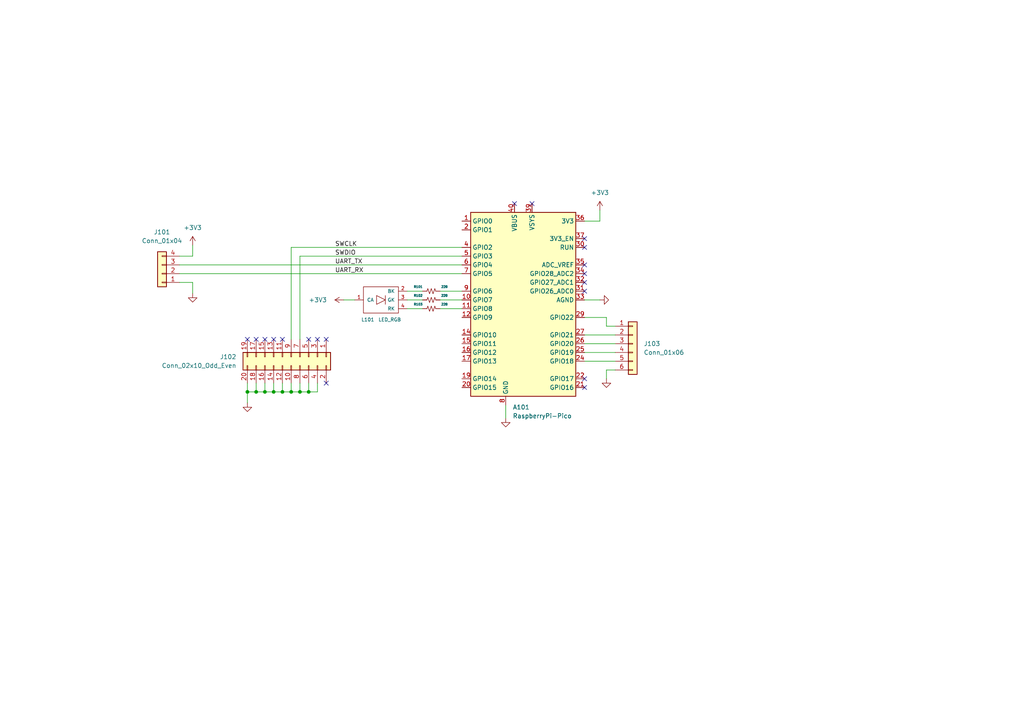
<source format=kicad_sch>
(kicad_sch (version 20211123) (generator eeschema)
  (paper "A4")
  (lib_symbols
    (symbol "Connector_Generic:Conn_01x04" (pin_names (offset 1.016) hide)
      (property "Reference" "J" (at 0 5.08 0))
      (property "Value" "Conn_01x04" (at 0 -7.62 0))
      (symbol "Conn_01x04_1_1"
        (rectangle (start -1.27 -4.953) (end 0 -5.207) (stroke (width 0.1524)))
        (rectangle (start -1.27 -2.413) (end 0 -2.667) (stroke (width 0.1524)))
        (rectangle (start -1.27 0.127) (end 0 -0.127) (stroke (width 0.1524)))
        (rectangle (start -1.27 2.667) (end 0 2.413) (stroke (width 0.1524)))
        (rectangle (start -1.27 3.81) (end 1.27 -6.35) (stroke (width 0.254)) (fill (type background)))
        (pin passive line (at -5.08 2.54 0) (length 3.81) (name "Pin_1") (number "1"))
        (pin passive line (at -5.08 0 0) (length 3.81) (name "Pin_2") (number "2"))
        (pin passive line (at -5.08 -2.54 0) (length 3.81) (name "Pin_3") (number "3"))
        (pin passive line (at -5.08 -5.08 0) (length 3.81) (name "Pin_4") (number "4"))
      )
    )
    (symbol "Connector_Generic:Conn_01x06" (pin_names (offset 1.016) hide)
      (property "Reference" "J" (at 0 7.62 0))
      (property "Value" "Conn_01x06" (at 0 -10.16 0))
      (symbol "Conn_01x06_1_1"
        (rectangle (start -1.27 -7.493) (end 0 -7.747) (stroke (width 0.1524)))
        (rectangle (start -1.27 -4.953) (end 0 -5.207) (stroke (width 0.1524)))
        (rectangle (start -1.27 -2.413) (end 0 -2.667) (stroke (width 0.1524)))
        (rectangle (start -1.27 0.127) (end 0 -0.127) (stroke (width 0.1524)))
        (rectangle (start -1.27 2.667) (end 0 2.413) (stroke (width 0.1524)))
        (rectangle (start -1.27 5.207) (end 0 4.953) (stroke (width 0.1524)))
        (rectangle (start -1.27 6.35) (end 1.27 -8.89) (stroke (width 0.254)) (fill (type background)))
        (pin passive line (at -5.08 5.08 0) (length 3.81) (name "Pin_1") (number "1"))
        (pin passive line (at -5.08 2.54 0) (length 3.81) (name "Pin_2") (number "2"))
        (pin passive line (at -5.08 0 0) (length 3.81) (name "Pin_3") (number "3"))
        (pin passive line (at -5.08 -2.54 0) (length 3.81) (name "Pin_4") (number "4"))
        (pin passive line (at -5.08 -5.08 0) (length 3.81) (name "Pin_5") (number "5"))
        (pin passive line (at -5.08 -7.62 0) (length 3.81) (name "Pin_6") (number "6"))
      )
    )
    (symbol "Connector_Generic:Conn_02x10_Odd_Even" (pin_names (offset 1.016) hide)
      (property "Reference" "J" (at 1.27 12.7 0))
      (property "Value" "Conn_02x10_Odd_Even" (at 1.27 -15.24 0))
      (symbol "Conn_02x10_Odd_Even_1_1"
        (rectangle (start -1.27 -12.573) (end 0 -12.827) (stroke (width 0.1524)))
        (rectangle (start -1.27 -10.033) (end 0 -10.287) (stroke (width 0.1524)))
        (rectangle (start -1.27 -7.493) (end 0 -7.747) (stroke (width 0.1524)))
        (rectangle (start -1.27 -4.953) (end 0 -5.207) (stroke (width 0.1524)))
        (rectangle (start -1.27 -2.413) (end 0 -2.667) (stroke (width 0.1524)))
        (rectangle (start -1.27 0.127) (end 0 -0.127) (stroke (width 0.1524)))
        (rectangle (start -1.27 2.667) (end 0 2.413) (stroke (width 0.1524)))
        (rectangle (start -1.27 5.207) (end 0 4.953) (stroke (width 0.1524)))
        (rectangle (start -1.27 7.747) (end 0 7.493) (stroke (width 0.1524)))
        (rectangle (start -1.27 10.287) (end 0 10.033) (stroke (width 0.1524)))
        (rectangle (start -1.27 11.43) (end 3.81 -13.97) (stroke (width 0.254)) (fill (type background)))
        (rectangle (start 3.81 -12.573) (end 2.54 -12.827) (stroke (width 0.1524)))
        (rectangle (start 3.81 -10.033) (end 2.54 -10.287) (stroke (width 0.1524)))
        (rectangle (start 3.81 -7.493) (end 2.54 -7.747) (stroke (width 0.1524)))
        (rectangle (start 3.81 -4.953) (end 2.54 -5.207) (stroke (width 0.1524)))
        (rectangle (start 3.81 -2.413) (end 2.54 -2.667) (stroke (width 0.1524)))
        (rectangle (start 3.81 0.127) (end 2.54 -0.127) (stroke (width 0.1524)))
        (rectangle (start 3.81 2.667) (end 2.54 2.413) (stroke (width 0.1524)))
        (rectangle (start 3.81 5.207) (end 2.54 4.953) (stroke (width 0.1524)))
        (rectangle (start 3.81 7.747) (end 2.54 7.493) (stroke (width 0.1524)))
        (rectangle (start 3.81 10.287) (end 2.54 10.033) (stroke (width 0.1524)))
        (pin passive line (at -5.08 10.16 0) (length 3.81) (name "Pin_1") (number "1"))
        (pin passive line (at 7.62 0 180) (length 3.81) (name "Pin_10") (number "10"))
        (pin passive line (at -5.08 -2.54 0) (length 3.81) (name "Pin_11") (number "11"))
        (pin passive line (at 7.62 -2.54 180) (length 3.81) (name "Pin_12") (number "12"))
        (pin passive line (at -5.08 -5.08 0) (length 3.81) (name "Pin_13") (number "13"))
        (pin passive line (at 7.62 -5.08 180) (length 3.81) (name "Pin_14") (number "14"))
        (pin passive line (at -5.08 -7.62 0) (length 3.81) (name "Pin_15") (number "15"))
        (pin passive line (at 7.62 -7.62 180) (length 3.81) (name "Pin_16") (number "16"))
        (pin passive line (at -5.08 -10.16 0) (length 3.81) (name "Pin_17") (number "17"))
        (pin passive line (at 7.62 -10.16 180) (length 3.81) (name "Pin_18") (number "18"))
        (pin passive line (at -5.08 -12.7 0) (length 3.81) (name "Pin_19") (number "19"))
        (pin passive line (at 7.62 10.16 180) (length 3.81) (name "Pin_2") (number "2"))
        (pin passive line (at 7.62 -12.7 180) (length 3.81) (name "Pin_20") (number "20"))
        (pin passive line (at -5.08 7.62 0) (length 3.81) (name "Pin_3") (number "3"))
        (pin passive line (at 7.62 7.62 180) (length 3.81) (name "Pin_4") (number "4"))
        (pin passive line (at -5.08 5.08 0) (length 3.81) (name "Pin_5") (number "5"))
        (pin passive line (at 7.62 5.08 180) (length 3.81) (name "Pin_6") (number "6"))
        (pin passive line (at -5.08 2.54 0) (length 3.81) (name "Pin_7") (number "7"))
        (pin passive line (at 7.62 2.54 180) (length 3.81) (name "Pin_8") (number "8"))
        (pin passive line (at -5.08 0 0) (length 3.81) (name "Pin_9") (number "9"))
      )
    )
    (symbol "MCU_Module:RaspberryPi-Pico"
      (property "Reference" "A" (at 0 17.78 0))
      (property "Value" "RaspberryPi-Pico" (at 2.54 15.24 0))
      (symbol "RaspberryPi-Pico_0_1"
        (rectangle (start -15.24 27.94) (end 15.24 -25.4) (stroke (width 0.254)) (fill (type background)))
      )
      (symbol "RaspberryPi-Pico_1_1"
        (pin bidirectional line (at -17.78 25.4 0) (length 2.54) (name "GPIO0") (number "1"))
        (pin bidirectional line (at -17.78 2.54 0) (length 2.54) (name "GPIO7") (number "10"))
        (pin bidirectional line (at -17.78 0 0) (length 2.54) (name "GPIO8") (number "11"))
        (pin bidirectional line (at -17.78 -2.54 0) (length 2.54) (name "GPIO9") (number "12"))
        (pin passive line (at -5.08 -27.94 90) (length 2.54) hide (name "GND") (number "13"))
        (pin bidirectional line (at -17.78 -7.62 0) (length 2.54) (name "GPIO10") (number "14"))
        (pin bidirectional line (at -17.78 -10.16 0) (length 2.54) (name "GPIO11") (number "15"))
        (pin bidirectional line (at -17.78 -12.7 0) (length 2.54) (name "GPIO12") (number "16"))
        (pin bidirectional line (at -17.78 -15.24 0) (length 2.54) (name "GPIO13") (number "17"))
        (pin passive line (at -5.08 -27.94 90) (length 2.54) hide (name "GND") (number "18"))
        (pin bidirectional line (at -17.78 -20.32 0) (length 2.54) (name "GPIO14") (number "19"))
        (pin bidirectional line (at -17.78 22.86 0) (length 2.54) (name "GPIO1") (number "2"))
        (pin bidirectional line (at -17.78 -22.86 0) (length 2.54) (name "GPIO15") (number "20"))
        (pin bidirectional line (at 17.78 -22.86 180) (length 2.54) (name "GPIO16") (number "21"))
        (pin bidirectional line (at 17.78 -20.32 180) (length 2.54) (name "GPIO17") (number "22"))
        (pin passive line (at -5.08 -27.94 90) (length 2.54) hide (name "GND") (number "23"))
        (pin bidirectional line (at 17.78 -15.24 180) (length 2.54) (name "GPIO18") (number "24"))
        (pin bidirectional line (at 17.78 -12.7 180) (length 2.54) (name "GPIO19") (number "25"))
        (pin bidirectional line (at 17.78 -10.16 180) (length 2.54) (name "GPIO20") (number "26"))
        (pin bidirectional line (at 17.78 -7.62 180) (length 2.54) (name "GPIO21") (number "27"))
        (pin passive line (at -5.08 -27.94 90) (length 2.54) hide (name "GND") (number "28"))
        (pin bidirectional line (at 17.78 -2.54 180) (length 2.54) (name "GPIO22") (number "29"))
        (pin passive line (at -5.08 -27.94 90) (length 2.54) hide (name "GND") (number "3"))
        (pin input line (at 17.78 17.78 180) (length 2.54) (name "RUN") (number "30"))
        (pin bidirectional line (at 17.78 5.08 180) (length 2.54) (name "GPIO26_ADC0") (number "31"))
        (pin bidirectional line (at 17.78 7.62 180) (length 2.54) (name "GPIO27_ADC1") (number "32"))
        (pin power_in line (at 17.78 2.54 180) (length 2.54) (name "AGND") (number "33"))
        (pin bidirectional line (at 17.78 10.16 180) (length 2.54) (name "GPIO28_ADC2") (number "34"))
        (pin power_in line (at 17.78 12.7 180) (length 2.54) (name "ADC_VREF") (number "35"))
        (pin power_out line (at 17.78 25.4 180) (length 2.54) (name "3V3") (number "36"))
        (pin input line (at 17.78 20.32 180) (length 2.54) (name "3V3_EN") (number "37"))
        (pin passive line (at -5.08 -27.94 90) (length 2.54) hide (name "GND") (number "38"))
        (pin power_out line (at 2.54 30.48 270) (length 2.54) (name "VSYS") (number "39"))
        (pin bidirectional line (at -17.78 17.78 0) (length 2.54) (name "GPIO2") (number "4"))
        (pin power_out line (at -2.54 30.48 270) (length 2.54) (name "VBUS") (number "40"))
        (pin bidirectional line (at -17.78 15.24 0) (length 2.54) (name "GPIO3") (number "5"))
        (pin bidirectional line (at -17.78 12.7 0) (length 2.54) (name "GPIO4") (number "6"))
        (pin bidirectional line (at -17.78 10.16 0) (length 2.54) (name "GPIO5") (number "7"))
        (pin power_in line (at -5.08 -27.94 90) (length 2.54) (name "GND") (number "8"))
        (pin bidirectional line (at -17.78 5.08 0) (length 2.54) (name "GPIO6") (number "9"))
      )
    )
    (symbol "passives:LED_RGB" (pin_names (offset 1.016))
      (property "Reference" "L" (at 0 5.08 0))
      (property "Value" "LED_RGB" (at 0 6.35 0))
      (symbol "LED_RGB_0_1"
        (rectangle (start -5.08 3.81) (end 5.08 -3.81))
        (polyline (pts (xy 1.27 1.27) (xy 1.27 -1.27)))
        (polyline (pts (xy -1.27 1.27) (xy -1.27 -1.27) (xy 1.27 0) (xy -1.27 1.27)))
      )
      (symbol "LED_RGB_1_1"
        (pin input line (at -7.62 0 0) (length 2.54) (name "CA") (number "1"))
        (pin input line (at 7.62 2.54 180) (length 2.54) (name "BK") (number "2"))
        (pin input line (at 7.62 0 180) (length 2.54) (name "GK") (number "3"))
        (pin input line (at 7.62 -2.54 180) (length 2.54) (name "RK") (number "4"))
      )
    )
    (symbol "passives:RES_0402" (pin_numbers hide) (pin_names (offset 0) hide)
      (property "Reference" "R" (at 0 -2.54 0))
      (property "Value" "RES_0402" (at 0 1.27 0))
      (symbol "RES_0402_0_1"
        (polyline (pts (xy -1.27 0) (xy -1.016 0.762) (xy -0.508 -0.762) (xy 0 0.762) (xy 0.508 -0.762) (xy 1.016 0.762) (xy 1.27 0)))
      )
      (symbol "RES_0402_1_1"
        (pin passive line (at -2.54 0 0) (length 1.27) (name "1") (number "1"))
        (pin passive line (at 2.54 0 180) (length 1.27) (name "2") (number "2"))
      )
    )
    (symbol "power:+3.3V" (power) (pin_names (offset 0))
      (property "Value" "+3.3V" (at 0 3.556 0))
      (symbol "+3.3V_0_1"
        (polyline (pts (xy -0.762 1.27) (xy 0 2.54)))
        (polyline (pts (xy 0 0) (xy 0 2.54)))
        (polyline (pts (xy 0 2.54) (xy 0.762 1.27)))
      )
      (symbol "+3.3V_1_1"
        (pin power_in line (at 0 0 90) (length 0) hide (name "+3V3") (number "1"))
      )
    )
    (symbol "power:GND" (power) (pin_names (offset 0))
      (property "Value" "GND" (at 0 -3.81 0))
      (symbol "GND_0_1"
        (polyline (pts (xy 0 0) (xy 0 -1.27) (xy 1.27 -1.27) (xy 0 -2.54) (xy -1.27 -1.27) (xy 0 -1.27)))
      )
      (symbol "GND_1_1"
        (pin power_in line (at 0 0 270) (length 0) hide (name "GND") (number "1"))
      )
    )
  )
  (junction (at 71.755 113.665))
  (junction (at 74.295 113.665))
  (junction (at 81.915 113.665))
  (junction (at 86.995 113.665))
  (junction (at 89.535 113.665))
  (junction (at 76.835 113.665))
  (junction (at 84.455 113.665))
  (junction (at 79.375 113.665))
  (no_connect (at 94.615 111.125))
  (no_connect (at 149.225 59.055))
  (no_connect (at 154.305 59.055))
  (no_connect (at 169.545 71.755))
  (no_connect (at 169.545 69.215))
  (no_connect (at 169.545 76.835))
  (no_connect (at 94.615 98.425))
  (no_connect (at 92.075 98.425))
  (no_connect (at 89.535 98.425))
  (no_connect (at 81.915 98.425))
  (no_connect (at 79.375 98.425))
  (no_connect (at 76.835 98.425))
  (no_connect (at 74.295 98.425))
  (no_connect (at 71.755 98.425))
  (no_connect (at 169.545 109.855))
  (no_connect (at 169.545 112.395))
  (no_connect (at 169.545 81.915))
  (no_connect (at 169.545 84.455))
  (no_connect (at 169.545 79.375))
  (wire (pts (xy 99.695 86.995) (xy 102.87 86.995)))
  (wire (pts (xy 55.88 81.915) (xy 55.88 85.09)))
  (wire (pts (xy 92.075 113.665) (xy 89.535 113.665)))
  (wire (pts (xy 52.07 79.375) (xy 133.985 79.375)))
  (wire (pts (xy 173.99 60.96) (xy 173.99 64.135)))
  (wire (pts (xy 84.455 113.665) (xy 81.915 113.665)))
  (wire (pts (xy 118.11 84.455) (xy 122.555 84.455)))
  (wire (pts (xy 169.545 104.775) (xy 178.435 104.775)))
  (wire (pts (xy 175.895 92.075) (xy 175.895 94.615)))
  (wire (pts (xy 81.915 113.665) (xy 79.375 113.665)))
  (wire (pts (xy 175.895 94.615) (xy 178.435 94.615)))
  (wire (pts (xy 86.995 111.125) (xy 86.995 113.665)))
  (wire (pts (xy 169.545 64.135) (xy 173.99 64.135)))
  (wire (pts (xy 169.545 86.995) (xy 173.99 86.995)))
  (wire (pts (xy 52.07 76.835) (xy 133.985 76.835)))
  (wire (pts (xy 71.755 111.125) (xy 71.755 113.665)))
  (wire (pts (xy 89.535 111.125) (xy 89.535 113.665)))
  (wire (pts (xy 86.995 98.425) (xy 86.995 74.295)))
  (wire (pts (xy 84.455 98.425) (xy 84.455 71.755)))
  (wire (pts (xy 81.915 111.125) (xy 81.915 113.665)))
  (wire (pts (xy 55.88 74.295) (xy 55.88 71.12)))
  (wire (pts (xy 74.295 111.125) (xy 74.295 113.665)))
  (wire (pts (xy 84.455 71.755) (xy 133.985 71.755)))
  (wire (pts (xy 79.375 113.665) (xy 76.835 113.665)))
  (wire (pts (xy 52.07 74.295) (xy 55.88 74.295)))
  (wire (pts (xy 146.685 117.475) (xy 146.685 121.285)))
  (wire (pts (xy 86.995 74.295) (xy 133.985 74.295)))
  (wire (pts (xy 84.455 111.125) (xy 84.455 113.665)))
  (wire (pts (xy 127.635 84.455) (xy 133.985 84.455)))
  (wire (pts (xy 86.995 113.665) (xy 84.455 113.665)))
  (wire (pts (xy 52.07 81.915) (xy 55.88 81.915)))
  (wire (pts (xy 71.755 113.665) (xy 71.755 116.84)))
  (wire (pts (xy 92.075 111.125) (xy 92.075 113.665)))
  (wire (pts (xy 127.635 89.535) (xy 133.985 89.535)))
  (wire (pts (xy 118.11 89.535) (xy 122.555 89.535)))
  (wire (pts (xy 127.635 86.995) (xy 133.985 86.995)))
  (wire (pts (xy 169.545 97.155) (xy 178.435 97.155)))
  (wire (pts (xy 76.835 113.665) (xy 74.295 113.665)))
  (wire (pts (xy 169.545 102.235) (xy 178.435 102.235)))
  (wire (pts (xy 89.535 113.665) (xy 86.995 113.665)))
  (wire (pts (xy 118.11 86.995) (xy 122.555 86.995)))
  (wire (pts (xy 175.895 109.855) (xy 175.895 107.315)))
  (wire (pts (xy 169.545 99.695) (xy 178.435 99.695)))
  (wire (pts (xy 175.895 107.315) (xy 178.435 107.315)))
  (wire (pts (xy 76.835 111.125) (xy 76.835 113.665)))
  (wire (pts (xy 74.295 113.665) (xy 71.755 113.665)))
  (wire (pts (xy 79.375 111.125) (xy 79.375 113.665)))
  (wire (pts (xy 169.545 92.075) (xy 175.895 92.075)))
  (label "SWDIO" (at 97.155 74.295 0))
  (label "UART_TX" (at 97.155 76.835 0))
  (label "UART_RX" (at 97.155 79.375 0))
  (label "SWCLK" (at 97.155 71.755 0))
  (symbol (lib_id "power:GND") (at 173.99 86.995 90) (unit 1)
    (property "Reference" "#PWR0101" (effects hide))
    (property "Value" "GND" (effects hide))
  )
  (symbol (lib_id "passives:RES_0402") (at 125.095 89.535 0) (unit 1)
    (property "Reference" "R103" (at 121.285 88.265 0) (effects (font (size 0.635 0.635))))
    (property "Value" "220" (at 128.905 88.265 0) (effects (font (size 0.635 0.635))))
    (property "Footprint" "SM0402" (effects hide))
  )
  (symbol (lib_id "power:+3.3V") (at 99.695 86.995 90) (unit 1)
    (property "Reference" "#PWR0108" (effects hide))
    (property "Value" "+3.3V" (at 89.535 86.995 90) (effects (justify right)))
  )
  (symbol (lib_id "MCU_Module:RaspberryPi-Pico") (at 151.765 89.535 0) (unit 1)
    (property "Reference" "A101" (at 148.7044 118.11 0) (effects (justify left)))
    (property "Value" "RaspberryPi-Pico" (at 148.7044 120.65 0) (effects (justify left)))
    (property "Footprint" "Module:Raspberry_Pi_Pico_AddOn" (effects hide))
    (property "Datasheet" "https://datasheets.raspberrypi.com/pico/pico-datasheet.pdf" (effects hide))
  )
  (symbol (lib_id "Connector_Generic:Conn_02x10_Odd_Even") (at 84.455 103.505 270) (unit 1)
    (property "Reference" "J102" (at 68.58 103.5049 90) (effects (justify right)))
    (property "Value" "Conn_02x10_Odd_Even" (at 68.58 106.0449 90) (effects (justify right)))
    (property "Footprint" "Connector_PinSocket_2.54mm:PinSocket_2x10_P2.54mm_Vertical" (effects hide))
  )
  (symbol (lib_id "power:GND") (at 55.88 85.09 0) (unit 1)
    (property "Reference" "#PWR0105" (effects hide))
    (property "Value" "GND" (effects hide))
  )
  (symbol (lib_id "passives:RES_0402") (at 125.095 86.995 0) (unit 1)
    (property "Reference" "R102" (at 121.285 85.725 0) (effects (font (size 0.635 0.635))))
    (property "Value" "220" (at 128.905 85.725 0) (effects (font (size 0.635 0.635))))
    (property "Footprint" "SM0402" (effects hide))
  )
  (symbol (lib_id "power:+3.3V") (at 173.99 60.96 0) (unit 1)
    (property "Reference" "#PWR0103" (effects hide))
    (property "Value" "+3.3V" (at 173.99 55.88 0))
  )
  (symbol (lib_id "power:+3.3V") (at 55.88 71.12 0) (unit 1)
    (property "Reference" "#PWR0104" (effects hide))
    (property "Value" "+3.3V" (at 55.88 66.04 0))
  )
  (symbol (lib_id "passives:LED_RGB") (at 110.49 86.995 0) (unit 1)
    (property "Reference" "L101" (at 106.68 92.71 0) (effects (font (size 0.9906 0.9906))))
    (property "Value" "LED_RGB" (at 113.03 92.71 0) (effects (font (size 0.9906 0.9906))))
    (property "Footprint" "Cree:CLMVC-FKA_RGBLED" (effects hide))
  )
  (symbol (lib_id "power:GND") (at 175.895 109.855 0) (unit 1)
    (property "Reference" "#PWR0107" (effects hide))
    (property "Value" "GND" (effects hide))
  )
  (symbol (lib_id "passives:RES_0402") (at 125.095 84.455 0) (unit 1)
    (property "Reference" "R101" (at 121.285 83.185 0) (effects (font (size 0.635 0.635))))
    (property "Value" "220" (at 128.905 83.185 0) (effects (font (size 0.635 0.635))))
    (property "Footprint" "SM0402" (effects hide))
  )
  (symbol (lib_id "Connector_Generic:Conn_01x06") (at 183.515 99.695 0) (unit 1)
    (property "Reference" "J103" (at 186.69 99.6949 0) (effects (justify left)))
    (property "Value" "Conn_01x06" (at 186.69 102.2349 0) (effects (justify left)))
    (property "Footprint" "Connector_PinSocket_2.54mm:PinSocket_1x06_P2.54mm_Vertical" (effects hide))
  )
  (symbol (lib_id "Connector_Generic:Conn_01x04") (at 46.99 79.375 180) (unit 1)
    (property "Reference" "J101" (at 46.99 67.31 0))
    (property "Value" "Conn_01x04" (at 46.99 69.85 0))
    (property "Footprint" "Connector_JST:JST_XH_B4B-XH-A_1x04_P2.50mm_Vertical" (effects hide))
  )
  (symbol (lib_id "power:GND") (at 71.755 116.84 0) (unit 1)
    (property "Reference" "#PWR0106" (effects hide))
    (property "Value" "GND" (effects hide))
  )
  (symbol (lib_id "power:GND") (at 146.685 121.285 0) (unit 1)
    (property "Reference" "#PWR0102" (effects hide))
    (property "Value" "GND" (effects hide))
  )
)
</source>
